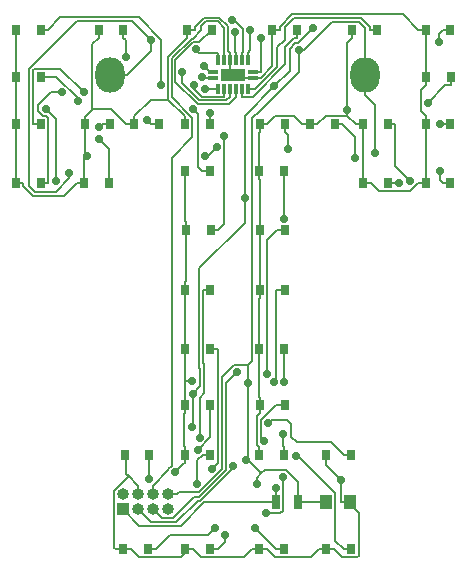
<source format=gbr>
G04 #@! TF.GenerationSoftware,KiCad,Pcbnew,(5.0.0)*
G04 #@! TF.CreationDate,2019-06-08T12:39:54-04:00*
G04 #@! TF.ProjectId,Tiny-er T,54696E792D657220542E6B696361645F,rev?*
G04 #@! TF.SameCoordinates,Original*
G04 #@! TF.FileFunction,Copper,L1,Top,Signal*
G04 #@! TF.FilePolarity,Positive*
%FSLAX46Y46*%
G04 Gerber Fmt 4.6, Leading zero omitted, Abs format (unit mm)*
G04 Created by KiCad (PCBNEW (5.0.0)) date 06/08/19 12:39:54*
%MOMM*%
%LPD*%
G01*
G04 APERTURE LIST*
G04 #@! TA.AperFunction,SMDPad,CuDef*
%ADD10R,0.800000X0.900000*%
G04 #@! TD*
G04 #@! TA.AperFunction,SMDPad,CuDef*
%ADD11R,0.700000X1.300000*%
G04 #@! TD*
G04 #@! TA.AperFunction,ComponentPad*
%ADD12O,2.500000X3.000000*%
G04 #@! TD*
G04 #@! TA.AperFunction,ComponentPad*
%ADD13R,1.000000X1.000000*%
G04 #@! TD*
G04 #@! TA.AperFunction,ComponentPad*
%ADD14O,1.000000X1.000000*%
G04 #@! TD*
G04 #@! TA.AperFunction,SMDPad,CuDef*
%ADD15R,2.000000X1.000000*%
G04 #@! TD*
G04 #@! TA.AperFunction,SMDPad,CuDef*
%ADD16R,0.850000X0.300000*%
G04 #@! TD*
G04 #@! TA.AperFunction,SMDPad,CuDef*
%ADD17R,0.300000X0.850000*%
G04 #@! TD*
G04 #@! TA.AperFunction,SMDPad,CuDef*
%ADD18R,1.000000X1.250000*%
G04 #@! TD*
G04 #@! TA.AperFunction,ViaPad*
%ADD19C,0.700000*%
G04 #@! TD*
G04 #@! TA.AperFunction,Conductor*
%ADD20C,0.155000*%
G04 #@! TD*
G04 APERTURE END LIST*
D10*
G04 #@! TO.P,D1,1*
G04 #@! TO.N,GND*
X91600000Y-91000000D03*
G04 #@! TO.P,D1,2*
G04 #@! TO.N,Net-(D1-Pad2)*
X93700000Y-91000000D03*
G04 #@! TD*
G04 #@! TO.P,D2,1*
G04 #@! TO.N,GND*
X91600000Y-86000000D03*
G04 #@! TO.P,D2,2*
G04 #@! TO.N,Net-(D2-Pad2)*
X93700000Y-86000000D03*
G04 #@! TD*
G04 #@! TO.P,D3,1*
G04 #@! TO.N,GND*
X91600000Y-82000000D03*
G04 #@! TO.P,D3,2*
G04 #@! TO.N,Net-(D3-Pad2)*
X93700000Y-82000000D03*
G04 #@! TD*
G04 #@! TO.P,D4,1*
G04 #@! TO.N,GND*
X91600000Y-78000000D03*
G04 #@! TO.P,D4,2*
G04 #@! TO.N,Net-(D4-Pad2)*
X93700000Y-78000000D03*
G04 #@! TD*
G04 #@! TO.P,D5,1*
G04 #@! TO.N,GND*
X98600000Y-78000000D03*
G04 #@! TO.P,D5,2*
G04 #@! TO.N,Net-(D5-Pad2)*
X100700000Y-78000000D03*
G04 #@! TD*
G04 #@! TO.P,D6,1*
G04 #@! TO.N,GND*
X106100000Y-78000000D03*
G04 #@! TO.P,D6,2*
G04 #@! TO.N,Net-(D6-Pad2)*
X108200000Y-78000000D03*
G04 #@! TD*
G04 #@! TO.P,D7,1*
G04 #@! TO.N,GND*
X113300000Y-78000000D03*
G04 #@! TO.P,D7,2*
G04 #@! TO.N,Net-(D7-Pad2)*
X115400000Y-78000000D03*
G04 #@! TD*
G04 #@! TO.P,D8,1*
G04 #@! TO.N,GND*
X120100000Y-78000000D03*
G04 #@! TO.P,D8,2*
G04 #@! TO.N,Net-(D8-Pad2)*
X122200000Y-78000000D03*
G04 #@! TD*
G04 #@! TO.P,D9,1*
G04 #@! TO.N,GND*
X126300000Y-78000000D03*
G04 #@! TO.P,D9,2*
G04 #@! TO.N,Net-(D9-Pad2)*
X128400000Y-78000000D03*
G04 #@! TD*
G04 #@! TO.P,D10,1*
G04 #@! TO.N,GND*
X126350000Y-82000000D03*
G04 #@! TO.P,D10,2*
G04 #@! TO.N,Net-(D10-Pad2)*
X128450000Y-82000000D03*
G04 #@! TD*
G04 #@! TO.P,D11,1*
G04 #@! TO.N,GND*
X126300000Y-86000000D03*
G04 #@! TO.P,D11,2*
G04 #@! TO.N,Net-(D11-Pad2)*
X128400000Y-86000000D03*
G04 #@! TD*
G04 #@! TO.P,D12,1*
G04 #@! TO.N,GND*
X126300000Y-91000000D03*
G04 #@! TO.P,D12,2*
G04 #@! TO.N,Net-(D12-Pad2)*
X128400000Y-91000000D03*
G04 #@! TD*
G04 #@! TO.P,D13,1*
G04 #@! TO.N,GND*
X121000000Y-91000000D03*
G04 #@! TO.P,D13,2*
G04 #@! TO.N,Net-(D13-Pad2)*
X123100000Y-91000000D03*
G04 #@! TD*
G04 #@! TO.P,D14,1*
G04 #@! TO.N,GND*
X121000000Y-86000000D03*
G04 #@! TO.P,D14,2*
G04 #@! TO.N,Net-(D14-Pad2)*
X123100000Y-86000000D03*
G04 #@! TD*
G04 #@! TO.P,D15,1*
G04 #@! TO.N,GND*
X116500000Y-86000000D03*
G04 #@! TO.P,D15,2*
G04 #@! TO.N,Net-(D15-Pad2)*
X118600000Y-86000000D03*
G04 #@! TD*
G04 #@! TO.P,D16,1*
G04 #@! TO.N,GND*
X112250000Y-86000000D03*
G04 #@! TO.P,D16,2*
G04 #@! TO.N,Net-(D16-Pad2)*
X114350000Y-86000000D03*
G04 #@! TD*
G04 #@! TO.P,D17,1*
G04 #@! TO.N,GND*
X112200000Y-90000000D03*
G04 #@! TO.P,D17,2*
G04 #@! TO.N,Net-(D17-Pad2)*
X114300000Y-90000000D03*
G04 #@! TD*
G04 #@! TO.P,D18,1*
G04 #@! TO.N,GND*
X112250000Y-95000000D03*
G04 #@! TO.P,D18,2*
G04 #@! TO.N,Net-(D18-Pad2)*
X114350000Y-95000000D03*
G04 #@! TD*
G04 #@! TO.P,D19,1*
G04 #@! TO.N,GND*
X112250000Y-100000000D03*
G04 #@! TO.P,D19,2*
G04 #@! TO.N,Net-(D19-Pad2)*
X114350000Y-100000000D03*
G04 #@! TD*
G04 #@! TO.P,D20,1*
G04 #@! TO.N,GND*
X112200000Y-105000000D03*
G04 #@! TO.P,D20,2*
G04 #@! TO.N,Net-(D20-Pad2)*
X114300000Y-105000000D03*
G04 #@! TD*
G04 #@! TO.P,D21,1*
G04 #@! TO.N,GND*
X112200000Y-114000000D03*
G04 #@! TO.P,D21,2*
G04 #@! TO.N,Net-(D21-Pad2)*
X114300000Y-114000000D03*
G04 #@! TD*
G04 #@! TO.P,D22,1*
G04 #@! TO.N,GND*
X117900000Y-114000000D03*
G04 #@! TO.P,D22,2*
G04 #@! TO.N,Net-(D22-Pad2)*
X120000000Y-114000000D03*
G04 #@! TD*
G04 #@! TO.P,D23,1*
G04 #@! TO.N,GND*
X117900000Y-122000000D03*
G04 #@! TO.P,D23,2*
G04 #@! TO.N,Net-(D23-Pad2)*
X120000000Y-122000000D03*
G04 #@! TD*
G04 #@! TO.P,D24,1*
G04 #@! TO.N,GND*
X112250000Y-109800000D03*
G04 #@! TO.P,D24,2*
G04 #@! TO.N,Net-(D24-Pad2)*
X114350000Y-109800000D03*
G04 #@! TD*
G04 #@! TO.P,D25,1*
G04 #@! TO.N,GND*
X112200000Y-122000000D03*
G04 #@! TO.P,D25,2*
G04 #@! TO.N,Net-(D25-Pad2)*
X114300000Y-122000000D03*
G04 #@! TD*
G04 #@! TO.P,D26,1*
G04 #@! TO.N,GND*
X105950000Y-122000000D03*
G04 #@! TO.P,D26,2*
G04 #@! TO.N,Net-(D26-Pad2)*
X108050000Y-122000000D03*
G04 #@! TD*
G04 #@! TO.P,D27,1*
G04 #@! TO.N,GND*
X100700000Y-122000000D03*
G04 #@! TO.P,D27,2*
G04 #@! TO.N,Net-(D27-Pad2)*
X102800000Y-122000000D03*
G04 #@! TD*
G04 #@! TO.P,D28,1*
G04 #@! TO.N,GND*
X100800000Y-114000000D03*
G04 #@! TO.P,D28,2*
G04 #@! TO.N,Net-(D28-Pad2)*
X102900000Y-114000000D03*
G04 #@! TD*
G04 #@! TO.P,D29,1*
G04 #@! TO.N,GND*
X105950000Y-114000000D03*
G04 #@! TO.P,D29,2*
G04 #@! TO.N,Net-(D29-Pad2)*
X108050000Y-114000000D03*
G04 #@! TD*
G04 #@! TO.P,D30,1*
G04 #@! TO.N,GND*
X105950000Y-109800000D03*
G04 #@! TO.P,D30,2*
G04 #@! TO.N,Net-(D30-Pad2)*
X108050000Y-109800000D03*
G04 #@! TD*
G04 #@! TO.P,D31,1*
G04 #@! TO.N,GND*
X105950000Y-105000000D03*
G04 #@! TO.P,D31,2*
G04 #@! TO.N,Net-(D31-Pad2)*
X108050000Y-105000000D03*
G04 #@! TD*
G04 #@! TO.P,D32,1*
G04 #@! TO.N,GND*
X105950000Y-100000000D03*
G04 #@! TO.P,D32,2*
G04 #@! TO.N,Net-(D32-Pad2)*
X108050000Y-100000000D03*
G04 #@! TD*
G04 #@! TO.P,D33,1*
G04 #@! TO.N,GND*
X106000000Y-95000000D03*
G04 #@! TO.P,D33,2*
G04 #@! TO.N,Net-(D33-Pad2)*
X108100000Y-95000000D03*
G04 #@! TD*
G04 #@! TO.P,D34,1*
G04 #@! TO.N,GND*
X105900000Y-90000000D03*
G04 #@! TO.P,D34,2*
G04 #@! TO.N,Net-(D34-Pad2)*
X108000000Y-90000000D03*
G04 #@! TD*
G04 #@! TO.P,D35,1*
G04 #@! TO.N,GND*
X105900000Y-86000000D03*
G04 #@! TO.P,D35,2*
G04 #@! TO.N,Net-(D35-Pad2)*
X108000000Y-86000000D03*
G04 #@! TD*
G04 #@! TO.P,D36,1*
G04 #@! TO.N,GND*
X101600000Y-86000000D03*
G04 #@! TO.P,D36,2*
G04 #@! TO.N,Net-(D36-Pad2)*
X103700000Y-86000000D03*
G04 #@! TD*
G04 #@! TO.P,D37,1*
G04 #@! TO.N,GND*
X97450000Y-86000000D03*
G04 #@! TO.P,D37,2*
G04 #@! TO.N,Net-(D37-Pad2)*
X99550000Y-86000000D03*
G04 #@! TD*
G04 #@! TO.P,D38,1*
G04 #@! TO.N,GND*
X97400000Y-91000000D03*
G04 #@! TO.P,D38,2*
G04 #@! TO.N,Net-(D38-Pad2)*
X99500000Y-91000000D03*
G04 #@! TD*
D11*
G04 #@! TO.P,R1,1*
G04 #@! TO.N,VCC*
X115500000Y-118000000D03*
G04 #@! TO.P,R1,2*
G04 #@! TO.N,RST*
X113600000Y-118000000D03*
G04 #@! TD*
D12*
G04 #@! TO.P,J1,2*
G04 #@! TO.N,VCC*
X99567000Y-81826100D03*
X121167000Y-81826100D03*
G04 #@! TD*
D13*
G04 #@! TO.P,J2,1*
G04 #@! TO.N,RST*
X100660000Y-118600000D03*
D14*
G04 #@! TO.P,J2,2*
G04 #@! TO.N,REG*
X100660000Y-117330000D03*
G04 #@! TO.P,J2,3*
G04 #@! TO.N,CLK*
X101930000Y-118600000D03*
G04 #@! TO.P,J2,4*
G04 #@! TO.N,GND*
X101930000Y-117330000D03*
G04 #@! TO.P,J2,5*
G04 #@! TO.N,SW1*
X103200000Y-118600000D03*
G04 #@! TO.P,J2,6*
G04 #@! TO.N,DATA*
X103200000Y-117330000D03*
G04 #@! TO.P,J2,7*
G04 #@! TO.N,PB2*
X104470000Y-118600000D03*
G04 #@! TO.P,J2,8*
G04 #@! TO.N,VCC*
X104470000Y-117330000D03*
G04 #@! TD*
D15*
G04 #@! TO.P,U2,8*
G04 #@! TO.N,GND*
X110000000Y-81800000D03*
D16*
G04 #@! TO.P,U2,1*
G04 #@! TO.N,Net-(D2-Pad2)*
X108300000Y-82050000D03*
G04 #@! TO.P,U2,16*
G04 #@! TO.N,VCC*
X108300000Y-81550000D03*
D17*
G04 #@! TO.P,U2,15*
G04 #@! TO.N,Net-(D1-Pad2)*
X108750000Y-80600000D03*
G04 #@! TO.P,U2,14*
G04 #@! TO.N,DATA*
X109250000Y-80600000D03*
G04 #@! TO.P,U2,13*
G04 #@! TO.N,GND*
X109750000Y-80600000D03*
G04 #@! TO.P,U2,12*
G04 #@! TO.N,REG*
X110250000Y-80600000D03*
G04 #@! TO.P,U2,11*
G04 #@! TO.N,CLK*
X110750000Y-80600000D03*
G04 #@! TO.P,U2,10*
G04 #@! TO.N,VCC*
X111250000Y-80600000D03*
D16*
G04 #@! TO.P,U2,9*
G04 #@! TO.N,Net-(U2-Pad9)*
X111700000Y-81550000D03*
G04 #@! TO.P,U2,8*
G04 #@! TO.N,GND*
X111700000Y-82050000D03*
D17*
G04 #@! TO.P,U2,7*
G04 #@! TO.N,Net-(D8-Pad2)*
X111250000Y-83000000D03*
G04 #@! TO.P,U2,6*
G04 #@! TO.N,Net-(D7-Pad2)*
X110750000Y-83000000D03*
G04 #@! TO.P,U2,5*
G04 #@! TO.N,Net-(D6-Pad2)*
X110250000Y-83000000D03*
G04 #@! TO.P,U2,4*
G04 #@! TO.N,Net-(D5-Pad2)*
X109750000Y-83000000D03*
G04 #@! TO.P,U2,3*
G04 #@! TO.N,Net-(D4-Pad2)*
X109250000Y-83000000D03*
G04 #@! TO.P,U2,2*
G04 #@! TO.N,Net-(D3-Pad2)*
X108750000Y-83000000D03*
G04 #@! TD*
D18*
G04 #@! TO.P,C1,2*
G04 #@! TO.N,GND*
X119900000Y-118000000D03*
G04 #@! TO.P,C1,1*
G04 #@! TO.N,VCC*
X117900000Y-118000000D03*
G04 #@! TD*
D19*
G04 #@! TO.N,Net-(D1-Pad2)*
X95508600Y-83312900D03*
X106843400Y-79650100D03*
G04 #@! TO.N,Net-(D2-Pad2)*
X97334900Y-83315400D03*
X107362300Y-82022000D03*
G04 #@! TO.N,Net-(D3-Pad2)*
X96843500Y-84065200D03*
X107599100Y-83000000D03*
G04 #@! TO.N,Net-(D4-Pad2)*
X103904200Y-82698900D03*
X106696700Y-82698900D03*
G04 #@! TO.N,Net-(D5-Pad2)*
X100911800Y-80329500D03*
X105699700Y-81546000D03*
G04 #@! TO.N,Net-(D9-Pad2)*
X127400000Y-79038300D03*
G04 #@! TO.N,Net-(D10-Pad2)*
X126472500Y-84181400D03*
G04 #@! TO.N,Net-(D11-Pad2)*
X127491600Y-85960400D03*
G04 #@! TO.N,Net-(D12-Pad2)*
X127483500Y-89923600D03*
G04 #@! TO.N,Net-(D13-Pad2)*
X124011200Y-90968000D03*
G04 #@! TO.N,Net-(D14-Pad2)*
X124942600Y-90781900D03*
G04 #@! TO.N,Net-(D15-Pad2)*
X120283800Y-88871700D03*
G04 #@! TO.N,Net-(D16-Pad2)*
X114619700Y-88116000D03*
G04 #@! TO.N,Net-(D17-Pad2)*
X114300000Y-94027700D03*
G04 #@! TO.N,Net-(D18-Pad2)*
X112897300Y-107147400D03*
G04 #@! TO.N,Net-(D19-Pad2)*
X113427200Y-107853100D03*
G04 #@! TO.N,Net-(D20-Pad2)*
X114300000Y-107835500D03*
G04 #@! TO.N,Net-(D21-Pad2)*
X114217100Y-112195400D03*
G04 #@! TO.N,Net-(D22-Pad2)*
X112950700Y-111315900D03*
G04 #@! TO.N,Net-(D23-Pad2)*
X115295000Y-114054800D03*
G04 #@! TO.N,Net-(D24-Pad2)*
X112590000Y-112843200D03*
G04 #@! TO.N,GND*
X106542000Y-107775000D03*
X105081300Y-115459500D03*
X97631000Y-88692000D03*
X119167200Y-116157700D03*
X119648800Y-84772400D03*
G04 #@! TO.N,VCC*
X107493200Y-81031300D03*
X111231200Y-107906200D03*
X111115700Y-114410800D03*
X96112800Y-90140100D03*
X121981300Y-88430100D03*
X103073100Y-78901500D03*
X111456000Y-78029900D03*
X115576900Y-79706500D03*
X112027300Y-116484900D03*
G04 #@! TO.N,CLK*
X109869800Y-77181500D03*
X109959600Y-114978500D03*
X108650400Y-87932200D03*
X107640600Y-88725500D03*
G04 #@! TO.N,Net-(D25-Pad2)*
X111857800Y-120170600D03*
G04 #@! TO.N,Net-(D26-Pad2)*
X109290200Y-120786200D03*
G04 #@! TO.N,Net-(D27-Pad2)*
X108468400Y-120179100D03*
G04 #@! TO.N,Net-(D28-Pad2)*
X102900000Y-116046100D03*
G04 #@! TO.N,Net-(D29-Pad2)*
X106953400Y-116438600D03*
G04 #@! TO.N,Net-(D30-Pad2)*
X106985700Y-113579100D03*
G04 #@! TO.N,Net-(D31-Pad2)*
X108204900Y-115193400D03*
G04 #@! TO.N,Net-(D32-Pad2)*
X107159000Y-112572600D03*
G04 #@! TO.N,Net-(D33-Pad2)*
X109259400Y-86976500D03*
G04 #@! TO.N,Net-(D34-Pad2)*
X106592500Y-84691500D03*
G04 #@! TO.N,Net-(D35-Pad2)*
X108067700Y-85030000D03*
G04 #@! TO.N,Net-(D36-Pad2)*
X102678800Y-85652800D03*
G04 #@! TO.N,Net-(D37-Pad2)*
X98644500Y-86277100D03*
G04 #@! TO.N,Net-(D38-Pad2)*
X98645100Y-87218700D03*
G04 #@! TO.N,SW1*
X110344300Y-106957900D03*
G04 #@! TO.N,RST*
X113600000Y-116840100D03*
G04 #@! TO.N,REG*
X106524000Y-111612800D03*
X110189100Y-78159300D03*
X116730100Y-77849000D03*
X113494100Y-82776200D03*
X106582900Y-108813400D03*
X110967100Y-92225200D03*
G04 #@! TO.N,Net-(U2-Pad9)*
X112357800Y-78715700D03*
G04 #@! TO.N,Net-(U4-Pad9)*
X114182900Y-115879300D03*
X112801600Y-118950000D03*
G04 #@! TO.N,Net-(U5-Pad9)*
X94983600Y-90847800D03*
X94129800Y-84691700D03*
G04 #@! TD*
D20*
G04 #@! TO.N,Net-(D1-Pad2)*
X94332800Y-91000000D02*
X94332800Y-85434300D01*
X94332800Y-85434300D02*
X94173000Y-85274500D01*
X94173000Y-85274500D02*
X93871000Y-85274500D01*
X93871000Y-85274500D02*
X93492700Y-84896200D01*
X93492700Y-84896200D02*
X93492700Y-84389500D01*
X93492700Y-84389500D02*
X94569300Y-83312900D01*
X94569300Y-83312900D02*
X95508600Y-83312900D01*
X108750000Y-79942200D02*
X107135500Y-79942200D01*
X107135500Y-79942200D02*
X106843400Y-79650100D01*
X108750000Y-80600000D02*
X108750000Y-79942200D01*
X93700000Y-91000000D02*
X94332800Y-91000000D01*
G04 #@! TO.N,Net-(D2-Pad2)*
X108300000Y-82050000D02*
X107390300Y-82050000D01*
X107390300Y-82050000D02*
X107362300Y-82022000D01*
X97334900Y-83315400D02*
X95336600Y-81317100D01*
X95336600Y-81317100D02*
X93142700Y-81317100D01*
X93142700Y-81317100D02*
X93067200Y-81392600D01*
X93067200Y-81392600D02*
X93067200Y-86000000D01*
X93700000Y-86000000D02*
X93067200Y-86000000D01*
G04 #@! TO.N,Net-(D3-Pad2)*
X93700000Y-82000000D02*
X95019900Y-82000000D01*
X95019900Y-82000000D02*
X96843500Y-83823600D01*
X96843500Y-83823600D02*
X96843500Y-84065200D01*
X108750000Y-83000000D02*
X107599100Y-83000000D01*
G04 #@! TO.N,Net-(D4-Pad2)*
X103904200Y-82698900D02*
X103904200Y-78845000D01*
X103904200Y-78845000D02*
X102020800Y-76961600D01*
X102020800Y-76961600D02*
X95371200Y-76961600D01*
X95371200Y-76961600D02*
X94332800Y-78000000D01*
X109250000Y-83657800D02*
X107375500Y-83657800D01*
X107375500Y-83657800D02*
X106696700Y-82979000D01*
X106696700Y-82979000D02*
X106696700Y-82698900D01*
X109250000Y-83000000D02*
X109250000Y-83657800D01*
X93700000Y-78000000D02*
X94332800Y-78000000D01*
G04 #@! TO.N,Net-(D5-Pad2)*
X109750000Y-83657800D02*
X109428900Y-83978900D01*
X109428900Y-83978900D02*
X107142900Y-83978900D01*
X107142900Y-83978900D02*
X105699700Y-82535700D01*
X105699700Y-82535700D02*
X105699700Y-81546000D01*
X109750000Y-83000000D02*
X109750000Y-83657800D01*
X100700000Y-78682800D02*
X100911800Y-78894600D01*
X100911800Y-78894600D02*
X100911800Y-80329500D01*
X100700000Y-78000000D02*
X100700000Y-78682800D01*
G04 #@! TO.N,Net-(D6-Pad2)*
X108200000Y-78000000D02*
X107132700Y-79067300D01*
X107132700Y-79067300D02*
X106602100Y-79067300D01*
X106602100Y-79067300D02*
X105116900Y-80552500D01*
X105116900Y-80552500D02*
X105116900Y-82391700D01*
X105116900Y-82391700D02*
X107015800Y-84290600D01*
X107015800Y-84290600D02*
X109617200Y-84290600D01*
X109617200Y-84290600D02*
X110250000Y-83657800D01*
X110250000Y-83000000D02*
X110250000Y-83657800D01*
G04 #@! TO.N,Net-(D7-Pad2)*
X115400000Y-78000000D02*
X115400000Y-78682800D01*
X110750000Y-83000000D02*
X110750000Y-83657800D01*
X110750000Y-83657800D02*
X111648000Y-83657800D01*
X111648000Y-83657800D02*
X114366200Y-80939600D01*
X114366200Y-80939600D02*
X114366200Y-79506700D01*
X114366200Y-79506700D02*
X115190100Y-78682800D01*
X115190100Y-78682800D02*
X115400000Y-78682800D01*
G04 #@! TO.N,Net-(D8-Pad2)*
X121567200Y-78000000D02*
X121567200Y-77780600D01*
X121567200Y-77780600D02*
X120793300Y-77006700D01*
X120793300Y-77006700D02*
X115158000Y-77006700D01*
X115158000Y-77006700D02*
X114366100Y-77798600D01*
X114366100Y-77798600D02*
X114366100Y-78839100D01*
X114366100Y-78839100D02*
X113745600Y-79459600D01*
X113745600Y-79459600D02*
X113745600Y-81121300D01*
X113745600Y-81121300D02*
X111866900Y-83000000D01*
X111866900Y-83000000D02*
X111250000Y-83000000D01*
X122200000Y-78000000D02*
X121567200Y-78000000D01*
G04 #@! TO.N,Net-(D9-Pad2)*
X127767200Y-78000000D02*
X127400000Y-78367200D01*
X127400000Y-78367200D02*
X127400000Y-79038300D01*
X128400000Y-78000000D02*
X127767200Y-78000000D01*
G04 #@! TO.N,Net-(D10-Pad2)*
X128450000Y-82000000D02*
X128450000Y-82682800D01*
X126472500Y-84181400D02*
X127971100Y-82682800D01*
X127971100Y-82682800D02*
X128450000Y-82682800D01*
G04 #@! TO.N,Net-(D11-Pad2)*
X127491600Y-85960400D02*
X127727600Y-85960400D01*
X127727600Y-85960400D02*
X127767200Y-86000000D01*
X128400000Y-86000000D02*
X127767200Y-86000000D01*
G04 #@! TO.N,Net-(D12-Pad2)*
X127767200Y-91000000D02*
X127483500Y-90716300D01*
X127483500Y-90716300D02*
X127483500Y-89923600D01*
X128400000Y-91000000D02*
X127767200Y-91000000D01*
G04 #@! TO.N,Net-(D13-Pad2)*
X123100000Y-91000000D02*
X123732800Y-91000000D01*
X124011200Y-90968000D02*
X123764800Y-90968000D01*
X123764800Y-90968000D02*
X123732800Y-91000000D01*
G04 #@! TO.N,Net-(D14-Pad2)*
X123732800Y-86000000D02*
X123732800Y-89572100D01*
X123732800Y-89572100D02*
X124942600Y-90781900D01*
X123100000Y-86000000D02*
X123732800Y-86000000D01*
G04 #@! TO.N,Net-(D15-Pad2)*
X118600000Y-86000000D02*
X119232800Y-86000000D01*
X120283800Y-88871700D02*
X120283800Y-87051000D01*
X120283800Y-87051000D02*
X119232800Y-86000000D01*
G04 #@! TO.N,Net-(D16-Pad2)*
X114619700Y-88116000D02*
X114619700Y-86952500D01*
X114619700Y-86952500D02*
X114350000Y-86682800D01*
X114350000Y-86000000D02*
X114350000Y-86682800D01*
G04 #@! TO.N,Net-(D17-Pad2)*
X114300000Y-90000000D02*
X114300000Y-94027700D01*
G04 #@! TO.N,Net-(D18-Pad2)*
X113717200Y-95000000D02*
X112897300Y-95819900D01*
X112897300Y-95819900D02*
X112897300Y-107147400D01*
X114350000Y-95000000D02*
X113717200Y-95000000D01*
G04 #@! TO.N,Net-(D19-Pad2)*
X113427200Y-107853100D02*
X113667100Y-107613200D01*
X113667100Y-107613200D02*
X113667100Y-100050100D01*
X113667100Y-100050100D02*
X113717200Y-100000000D01*
X114350000Y-100000000D02*
X113717200Y-100000000D01*
G04 #@! TO.N,Net-(D20-Pad2)*
X114300000Y-105000000D02*
X114300000Y-107835500D01*
G04 #@! TO.N,Net-(D21-Pad2)*
X114300000Y-114000000D02*
X114300000Y-113317200D01*
X114217100Y-112195400D02*
X114217100Y-113234300D01*
X114217100Y-113234300D02*
X114300000Y-113317200D01*
G04 #@! TO.N,Net-(D22-Pad2)*
X120000000Y-114000000D02*
X119367200Y-114000000D01*
X112950700Y-111315900D02*
X113206500Y-111060100D01*
X113206500Y-111060100D02*
X114555700Y-111060100D01*
X114555700Y-111060100D02*
X114904100Y-111408500D01*
X114904100Y-111408500D02*
X114904100Y-112463400D01*
X114904100Y-112463400D02*
X115383600Y-112942900D01*
X115383600Y-112942900D02*
X118310100Y-112942900D01*
X118310100Y-112942900D02*
X119367200Y-114000000D01*
G04 #@! TO.N,Net-(D23-Pad2)*
X120000000Y-122000000D02*
X119367200Y-122000000D01*
X115295000Y-114054800D02*
X115458100Y-114054800D01*
X115458100Y-114054800D02*
X118635100Y-117231800D01*
X118635100Y-117231800D02*
X118635100Y-121267900D01*
X118635100Y-121267900D02*
X119367200Y-122000000D01*
G04 #@! TO.N,Net-(D24-Pad2)*
X113717200Y-109800000D02*
X113642500Y-109800000D01*
X113642500Y-109800000D02*
X112367900Y-111074600D01*
X112367900Y-111074600D02*
X112367900Y-112621100D01*
X112367900Y-112621100D02*
X112590000Y-112843200D01*
X114350000Y-109800000D02*
X113717200Y-109800000D01*
G04 #@! TO.N,GND*
X105950000Y-110482800D02*
X105877400Y-110555400D01*
X105877400Y-110555400D02*
X105877400Y-113244600D01*
X105877400Y-113244600D02*
X105950000Y-113317200D01*
X105950000Y-107775000D02*
X106542000Y-107775000D01*
X105950000Y-107775000D02*
X105950000Y-109117200D01*
X105950000Y-105000000D02*
X105950000Y-107775000D01*
X101140400Y-115807600D02*
X101930000Y-116597200D01*
X100958200Y-114000000D02*
X100958200Y-115625400D01*
X100958200Y-115625400D02*
X101140400Y-115807600D01*
X101140400Y-115807600D02*
X99927100Y-117020900D01*
X99927100Y-117020900D02*
X99927100Y-121859900D01*
X99927100Y-121859900D02*
X100067200Y-122000000D01*
X100700000Y-122000000D02*
X100067200Y-122000000D01*
X100700000Y-122000000D02*
X101332800Y-122000000D01*
X106266400Y-122000000D02*
X105583500Y-122682900D01*
X105583500Y-122682900D02*
X102015700Y-122682900D01*
X102015700Y-122682900D02*
X101332800Y-122000000D01*
X106266400Y-122000000D02*
X106582800Y-122000000D01*
X105950000Y-122000000D02*
X106266400Y-122000000D01*
X97450000Y-88654200D02*
X97593200Y-88654200D01*
X97593200Y-88654200D02*
X97631000Y-88692000D01*
X126300000Y-82692800D02*
X125889700Y-83103100D01*
X125889700Y-83103100D02*
X125889700Y-84906900D01*
X125889700Y-84906900D02*
X126300000Y-85317200D01*
X112250000Y-110482800D02*
X112007200Y-110725600D01*
X112007200Y-110725600D02*
X112007200Y-113124400D01*
X112007200Y-113124400D02*
X112200000Y-113317200D01*
X112250000Y-109800000D02*
X112250000Y-110482800D01*
X112250000Y-109458600D02*
X112250000Y-109800000D01*
X112200000Y-114000000D02*
X112200000Y-113317200D01*
X110000000Y-81800000D02*
X110250000Y-82050000D01*
X110250000Y-82050000D02*
X111700000Y-82050000D01*
X109750000Y-80600000D02*
X109750000Y-81550000D01*
X109750000Y-81550000D02*
X110000000Y-81800000D01*
X105950000Y-114000000D02*
X105950000Y-114682800D01*
X105081300Y-115459500D02*
X105858000Y-114682800D01*
X105858000Y-114682800D02*
X105950000Y-114682800D01*
X97450000Y-88654200D02*
X97400000Y-88704200D01*
X97400000Y-88704200D02*
X97400000Y-91000000D01*
X97450000Y-86682800D02*
X97450000Y-88654200D01*
X101600000Y-86000000D02*
X101600000Y-85317200D01*
X104496300Y-83913500D02*
X103003700Y-83913500D01*
X103003700Y-83913500D02*
X101600000Y-85317200D01*
X97450000Y-86000000D02*
X97450000Y-85317200D01*
X100967200Y-86000000D02*
X99654800Y-84687600D01*
X99654800Y-84687600D02*
X98136200Y-84687600D01*
X98136200Y-84687600D02*
X97506600Y-85317200D01*
X97506600Y-85317200D02*
X97450000Y-85317200D01*
X98136200Y-84687600D02*
X98055600Y-84607000D01*
X98055600Y-84607000D02*
X98055600Y-79227200D01*
X98055600Y-79227200D02*
X98600000Y-78682800D01*
X97400000Y-91000000D02*
X96767200Y-91000000D01*
X96767200Y-91000000D02*
X95706600Y-92060600D01*
X95706600Y-92060600D02*
X93056100Y-92060600D01*
X93056100Y-92060600D02*
X92232800Y-91237300D01*
X92232800Y-91237300D02*
X92232800Y-91000000D01*
X91600000Y-91000000D02*
X92232800Y-91000000D01*
X97450000Y-86000000D02*
X97450000Y-86682800D01*
X121000000Y-91000000D02*
X121632800Y-91000000D01*
X126300000Y-91000000D02*
X125667200Y-91000000D01*
X125667200Y-91000000D02*
X124984300Y-91682900D01*
X124984300Y-91682900D02*
X122315700Y-91682900D01*
X122315700Y-91682900D02*
X121632800Y-91000000D01*
X126300000Y-86682800D02*
X126300000Y-91000000D01*
X119167200Y-116157700D02*
X117900000Y-114890500D01*
X117900000Y-114890500D02*
X117900000Y-114000000D01*
X119167200Y-116157700D02*
X119167200Y-118000000D01*
X112250000Y-86000000D02*
X112882800Y-86000000D01*
X112882800Y-86000000D02*
X113565700Y-85317100D01*
X113565700Y-85317100D02*
X115184300Y-85317100D01*
X115184300Y-85317100D02*
X115867200Y-86000000D01*
X112250000Y-86341400D02*
X112250000Y-86000000D01*
X116500000Y-86000000D02*
X115867200Y-86000000D01*
X119648800Y-85281600D02*
X119648800Y-84772400D01*
X120367200Y-86000000D02*
X119648800Y-85281600D01*
X119648800Y-85281600D02*
X117851200Y-85281600D01*
X117851200Y-85281600D02*
X117132800Y-86000000D01*
X116500000Y-86000000D02*
X117132800Y-86000000D01*
X112200000Y-105682800D02*
X112200000Y-109067200D01*
X112200000Y-109067200D02*
X112250000Y-109117200D01*
X112250000Y-109458600D02*
X112250000Y-109117200D01*
X112200000Y-90000000D02*
X112200000Y-90682800D01*
X112250000Y-95000000D02*
X112250000Y-90732800D01*
X112250000Y-90732800D02*
X112200000Y-90682800D01*
X112250000Y-100000000D02*
X112250000Y-95000000D01*
X126300000Y-86000000D02*
X126300000Y-86682800D01*
X121000000Y-86000000D02*
X121000000Y-91000000D01*
X106000000Y-95000000D02*
X106000000Y-94317200D01*
X105900000Y-90000000D02*
X105900000Y-94217200D01*
X105900000Y-94217200D02*
X106000000Y-94317200D01*
X105950000Y-100000000D02*
X105950000Y-99317200D01*
X105950000Y-99317200D02*
X106000000Y-99267200D01*
X106000000Y-99267200D02*
X106000000Y-95000000D01*
X105950000Y-100000000D02*
X105950000Y-105000000D01*
X101600000Y-86000000D02*
X100967200Y-86000000D01*
X104496300Y-83913500D02*
X105900000Y-85317200D01*
X106100000Y-78682800D02*
X104496300Y-80286500D01*
X104496300Y-80286500D02*
X104496300Y-83913500D01*
X101930000Y-117330000D02*
X101930000Y-116597200D01*
X100800000Y-114000000D02*
X100958200Y-114000000D01*
X98600000Y-78000000D02*
X98600000Y-78682800D01*
X106732800Y-78000000D02*
X106732800Y-77762700D01*
X106732800Y-77762700D02*
X107525900Y-76969600D01*
X107525900Y-76969600D02*
X108825900Y-76969600D01*
X108825900Y-76969600D02*
X109575000Y-77718700D01*
X109575000Y-77718700D02*
X109575000Y-79767200D01*
X109575000Y-79767200D02*
X109750000Y-79942200D01*
X113300000Y-78000000D02*
X113932800Y-78000000D01*
X113300000Y-78000000D02*
X113300000Y-81107800D01*
X113300000Y-81107800D02*
X112357800Y-82050000D01*
X111700000Y-82050000D02*
X112357800Y-82050000D01*
X125667200Y-78000000D02*
X124363600Y-76696400D01*
X124363600Y-76696400D02*
X114999100Y-76696400D01*
X114999100Y-76696400D02*
X113932800Y-77762700D01*
X113932800Y-77762700D02*
X113932800Y-78000000D01*
X120100000Y-78682800D02*
X119648800Y-79134000D01*
X119648800Y-79134000D02*
X119648800Y-84772400D01*
X105950000Y-114000000D02*
X105950000Y-113317200D01*
X106100000Y-78000000D02*
X106732800Y-78000000D01*
X109750000Y-80600000D02*
X109750000Y-79942200D01*
X106100000Y-78000000D02*
X106100000Y-78682800D01*
X105900000Y-86000000D02*
X105900000Y-85317200D01*
X105950000Y-109800000D02*
X105950000Y-109117200D01*
X105950000Y-109800000D02*
X105950000Y-110482800D01*
X112200000Y-105000000D02*
X112200000Y-105341400D01*
X112250000Y-100682800D02*
X112200000Y-100732800D01*
X112200000Y-100732800D02*
X112200000Y-105000000D01*
X112250000Y-86341400D02*
X112250000Y-86682800D01*
X112200000Y-122000000D02*
X111567200Y-122000000D01*
X106582800Y-122000000D02*
X107265700Y-122682900D01*
X107265700Y-122682900D02*
X110884300Y-122682900D01*
X110884300Y-122682900D02*
X111567200Y-122000000D01*
X126300000Y-78000000D02*
X125667200Y-78000000D01*
X117900000Y-122000000D02*
X118532800Y-122000000D01*
X119711200Y-118000000D02*
X120632900Y-118921700D01*
X120632900Y-118921700D02*
X120632900Y-122551900D01*
X120632900Y-122551900D02*
X120501900Y-122682900D01*
X120501900Y-122682900D02*
X119215700Y-122682900D01*
X119215700Y-122682900D02*
X118532800Y-122000000D01*
X119711200Y-118000000D02*
X119167200Y-118000000D01*
X119900000Y-118000000D02*
X119711200Y-118000000D01*
X112250000Y-100000000D02*
X112250000Y-100682800D01*
X91600000Y-86000000D02*
X91600000Y-91000000D01*
X91600000Y-82000000D02*
X91600000Y-86000000D01*
X91600000Y-78000000D02*
X91600000Y-82000000D01*
X126350000Y-82000000D02*
X126350000Y-82682800D01*
X126300000Y-82692800D02*
X126300000Y-78000000D01*
X126350000Y-82682800D02*
X126310000Y-82682800D01*
X126310000Y-82682800D02*
X126300000Y-82692800D01*
X126300000Y-86000000D02*
X126300000Y-85317200D01*
X120100000Y-78000000D02*
X120100000Y-78682800D01*
X121000000Y-86000000D02*
X120367200Y-86000000D01*
X112200000Y-90000000D02*
X112200000Y-86732800D01*
X112200000Y-86732800D02*
X112250000Y-86682800D01*
X112200000Y-105341400D02*
X112200000Y-105682800D01*
X112832800Y-122000000D02*
X113515700Y-122682900D01*
X113515700Y-122682900D02*
X116584300Y-122682900D01*
X116584300Y-122682900D02*
X117267200Y-122000000D01*
X117900000Y-122000000D02*
X117267200Y-122000000D01*
X112200000Y-122000000D02*
X112832800Y-122000000D01*
G04 #@! TO.N,VCC*
X107493200Y-81031300D02*
X108011900Y-81550000D01*
X108011900Y-81550000D02*
X108300000Y-81550000D01*
X111231200Y-106366100D02*
X111231200Y-107906200D01*
X115576900Y-79706500D02*
X115576900Y-81585900D01*
X115576900Y-81585900D02*
X112012200Y-85150600D01*
X112012200Y-85150600D02*
X111898700Y-85150600D01*
X111898700Y-85150600D02*
X111567100Y-85482200D01*
X111567100Y-85482200D02*
X111567100Y-106030200D01*
X111567100Y-106030200D02*
X111231200Y-106366100D01*
X111231200Y-106366100D02*
X110081100Y-106366100D01*
X110081100Y-106366100D02*
X109066400Y-107380800D01*
X109066400Y-107380800D02*
X109066400Y-115165600D01*
X109066400Y-115165600D02*
X107120000Y-117112000D01*
X107120000Y-117112000D02*
X105420800Y-117112000D01*
X105420800Y-117112000D02*
X105202800Y-117330000D01*
X104470000Y-117330000D02*
X105202800Y-117330000D01*
X115576900Y-79706500D02*
X115988300Y-79706500D01*
X115988300Y-79706500D02*
X118377800Y-77317000D01*
X118377800Y-77317000D02*
X120664900Y-77317000D01*
X120664900Y-77317000D02*
X121167000Y-77819100D01*
X121167000Y-77819100D02*
X121167000Y-80093300D01*
X112385900Y-115565400D02*
X112027300Y-115924000D01*
X112027300Y-115924000D02*
X112027300Y-116484900D01*
X115500000Y-117117200D02*
X115500000Y-116297800D01*
X115500000Y-116297800D02*
X114457400Y-115255200D01*
X114457400Y-115255200D02*
X112696100Y-115255200D01*
X112696100Y-115255200D02*
X112385900Y-115565400D01*
X112385900Y-115565400D02*
X111231200Y-114410800D01*
X111231200Y-114410800D02*
X111115700Y-114410800D01*
X111231200Y-114410800D02*
X111231200Y-107906200D01*
X96112800Y-90140100D02*
X96112800Y-90591000D01*
X96112800Y-90591000D02*
X94962800Y-91741000D01*
X94962800Y-91741000D02*
X93236000Y-91741000D01*
X93236000Y-91741000D02*
X92690300Y-91195300D01*
X92690300Y-91195300D02*
X92690300Y-81330600D01*
X92690300Y-81330600D02*
X96749000Y-77271900D01*
X96749000Y-77271900D02*
X101443500Y-77271900D01*
X101443500Y-77271900D02*
X103073100Y-78901500D01*
X101049800Y-81826100D02*
X103073100Y-79802800D01*
X103073100Y-79802800D02*
X103073100Y-78901500D01*
X121167000Y-83558900D02*
X121981300Y-84373200D01*
X121981300Y-84373200D02*
X121981300Y-88430100D01*
X121167000Y-81826100D02*
X121167000Y-83558900D01*
X99567000Y-81826100D02*
X101049800Y-81826100D01*
X111250000Y-79942200D02*
X111456000Y-79736200D01*
X111456000Y-79736200D02*
X111456000Y-78029900D01*
X111250000Y-80600000D02*
X111250000Y-79942200D01*
X117900000Y-118000000D02*
X115500000Y-118000000D01*
X115500000Y-118000000D02*
X115500000Y-117117200D01*
X121167000Y-81826100D02*
X121167000Y-80093300D01*
G04 #@! TO.N,CLK*
X101930000Y-118600000D02*
X103004900Y-119674900D01*
X103004900Y-119674900D02*
X105200500Y-119674900D01*
X105200500Y-119674900D02*
X106995200Y-117880200D01*
X106995200Y-117880200D02*
X107229400Y-117880200D01*
X107229400Y-117880200D02*
X109959600Y-115150000D01*
X109959600Y-115150000D02*
X109959600Y-114978500D01*
X110750000Y-80600000D02*
X110750000Y-79942200D01*
X109869800Y-77181500D02*
X110035700Y-77181500D01*
X110035700Y-77181500D02*
X110808500Y-77954300D01*
X110808500Y-77954300D02*
X110808500Y-79883700D01*
X110808500Y-79883700D02*
X110750000Y-79942200D01*
X107640600Y-88725500D02*
X107857100Y-88725500D01*
X107857100Y-88725500D02*
X108650400Y-87932200D01*
G04 #@! TO.N,Net-(D25-Pad2)*
X113667200Y-122000000D02*
X111857800Y-120190600D01*
X111857800Y-120190600D02*
X111857800Y-120170600D01*
X114300000Y-122000000D02*
X113667200Y-122000000D01*
G04 #@! TO.N,Net-(D26-Pad2)*
X108682800Y-122000000D02*
X109290200Y-121392600D01*
X109290200Y-121392600D02*
X109290200Y-120786200D01*
X108050000Y-122000000D02*
X108682800Y-122000000D01*
G04 #@! TO.N,Net-(D27-Pad2)*
X102800000Y-122000000D02*
X103432800Y-122000000D01*
X108468400Y-120179100D02*
X107843500Y-120804000D01*
X107843500Y-120804000D02*
X104628800Y-120804000D01*
X104628800Y-120804000D02*
X103432800Y-122000000D01*
G04 #@! TO.N,Net-(D28-Pad2)*
X102900000Y-114000000D02*
X102900000Y-116046100D01*
G04 #@! TO.N,Net-(D29-Pad2)*
X107417200Y-114000000D02*
X106953400Y-114463800D01*
X106953400Y-114463800D02*
X106953400Y-116438600D01*
X108050000Y-114000000D02*
X107417200Y-114000000D01*
G04 #@! TO.N,Net-(D30-Pad2)*
X108050000Y-109800000D02*
X108050000Y-112514800D01*
X108050000Y-112514800D02*
X106985700Y-113579100D01*
G04 #@! TO.N,Net-(D31-Pad2)*
X108682800Y-105000000D02*
X108682800Y-114715500D01*
X108682800Y-114715500D02*
X108204900Y-115193400D01*
X108050000Y-105000000D02*
X108682800Y-105000000D01*
G04 #@! TO.N,Net-(D32-Pad2)*
X107417200Y-100000000D02*
X107417200Y-106227500D01*
X107417200Y-106227500D02*
X107516000Y-106326300D01*
X107516000Y-106326300D02*
X107516000Y-108785000D01*
X107516000Y-108785000D02*
X107159000Y-109142000D01*
X107159000Y-109142000D02*
X107159000Y-112572600D01*
X108050000Y-100000000D02*
X107417200Y-100000000D01*
G04 #@! TO.N,Net-(D33-Pad2)*
X108100000Y-95000000D02*
X108732800Y-95000000D01*
X109259400Y-86976500D02*
X109259400Y-94473400D01*
X109259400Y-94473400D02*
X108732800Y-95000000D01*
G04 #@! TO.N,Net-(D34-Pad2)*
X108000000Y-90000000D02*
X107367200Y-90000000D01*
X106592500Y-84691500D02*
X106998400Y-85097400D01*
X106998400Y-85097400D02*
X106998400Y-89631200D01*
X106998400Y-89631200D02*
X107367200Y-90000000D01*
G04 #@! TO.N,Net-(D35-Pad2)*
X108067700Y-85030000D02*
X108000000Y-85097700D01*
X108000000Y-85097700D02*
X108000000Y-86000000D01*
G04 #@! TO.N,Net-(D36-Pad2)*
X103700000Y-86000000D02*
X103067200Y-86000000D01*
X102678800Y-85652800D02*
X102720000Y-85652800D01*
X102720000Y-85652800D02*
X103067200Y-86000000D01*
G04 #@! TO.N,Net-(D37-Pad2)*
X98917200Y-86000000D02*
X98917200Y-86004400D01*
X98917200Y-86004400D02*
X98644500Y-86277100D01*
X99550000Y-86000000D02*
X98917200Y-86000000D01*
G04 #@! TO.N,Net-(D38-Pad2)*
X99500000Y-90317200D02*
X99500000Y-88073600D01*
X99500000Y-88073600D02*
X98645100Y-87218700D01*
X99500000Y-91000000D02*
X99500000Y-90317200D01*
G04 #@! TO.N,SW1*
X103200000Y-118600000D02*
X103964600Y-119364600D01*
X103964600Y-119364600D02*
X104867400Y-119364600D01*
X104867400Y-119364600D02*
X106662100Y-117569900D01*
X106662100Y-117569900D02*
X107100900Y-117569900D01*
X107100900Y-117569900D02*
X109376700Y-115294100D01*
X109376700Y-115294100D02*
X109376700Y-107925500D01*
X109376700Y-107925500D02*
X110344300Y-106957900D01*
G04 #@! TO.N,RST*
X100660000Y-118600000D02*
X102045200Y-119985200D01*
X102045200Y-119985200D02*
X105563200Y-119985200D01*
X105563200Y-119985200D02*
X107548400Y-118000000D01*
X107548400Y-118000000D02*
X113600000Y-118000000D01*
X113600000Y-118000000D02*
X113600000Y-116840100D01*
G04 #@! TO.N,DATA*
X109250000Y-80600000D02*
X109250000Y-77832600D01*
X109250000Y-77832600D02*
X108697400Y-77280000D01*
X108697400Y-77280000D02*
X107672100Y-77280000D01*
X107672100Y-77280000D02*
X107273100Y-77679000D01*
X107273100Y-77679000D02*
X107273100Y-78049300D01*
X107273100Y-78049300D02*
X106565400Y-78757000D01*
X106565400Y-78757000D02*
X106473600Y-78757000D01*
X106473600Y-78757000D02*
X104806600Y-80424000D01*
X104806600Y-80424000D02*
X104806600Y-83729700D01*
X104806600Y-83729700D02*
X106351200Y-85274300D01*
X106351200Y-85274300D02*
X106375200Y-85274300D01*
X106375200Y-85274300D02*
X106540500Y-85439600D01*
X106540500Y-85439600D02*
X106540500Y-87116400D01*
X106540500Y-87116400D02*
X104814700Y-88842200D01*
X104814700Y-88842200D02*
X104814700Y-114902000D01*
X104814700Y-114902000D02*
X104498500Y-115218200D01*
X104498500Y-115218200D02*
X104498500Y-115298700D01*
X104498500Y-115298700D02*
X103200000Y-116597200D01*
X103200000Y-117330000D02*
X103200000Y-116597200D01*
G04 #@! TO.N,REG*
X106582900Y-108813400D02*
X106582900Y-111553900D01*
X106582900Y-111553900D02*
X106524000Y-111612800D01*
X110967100Y-92225200D02*
X110967100Y-94328100D01*
X110967100Y-94328100D02*
X107093300Y-98201900D01*
X107093300Y-98201900D02*
X107093300Y-106667300D01*
X107093300Y-106667300D02*
X107191900Y-106765900D01*
X107191900Y-106765900D02*
X107191900Y-108204400D01*
X107191900Y-108204400D02*
X106582900Y-108813400D01*
X110250000Y-80600000D02*
X110250000Y-79942200D01*
X110189100Y-78159300D02*
X110189100Y-79881300D01*
X110189100Y-79881300D02*
X110250000Y-79942200D01*
X113494100Y-82776200D02*
X114786000Y-81484300D01*
X114786000Y-81484300D02*
X114786000Y-79596600D01*
X114786000Y-79596600D02*
X115259000Y-79123600D01*
X115259000Y-79123600D02*
X115455500Y-79123600D01*
X115455500Y-79123600D02*
X116730100Y-77849000D01*
X110967100Y-92225200D02*
X110967100Y-85303200D01*
X110967100Y-85303200D02*
X113494100Y-82776200D01*
G04 #@! TO.N,Net-(U2-Pad9)*
X112357800Y-81550000D02*
X112357800Y-78715700D01*
X111700000Y-81550000D02*
X112357800Y-81550000D01*
G04 #@! TO.N,Net-(U4-Pad9)*
X112801600Y-118950000D02*
X113979200Y-118950000D01*
X113979200Y-118950000D02*
X114182900Y-118746300D01*
X114182900Y-118746300D02*
X114182900Y-115879300D01*
G04 #@! TO.N,Net-(U5-Pad9)*
X94129800Y-84691700D02*
X94983600Y-85545500D01*
X94983600Y-85545500D02*
X94983600Y-90847800D01*
G04 #@! TD*
M02*

</source>
